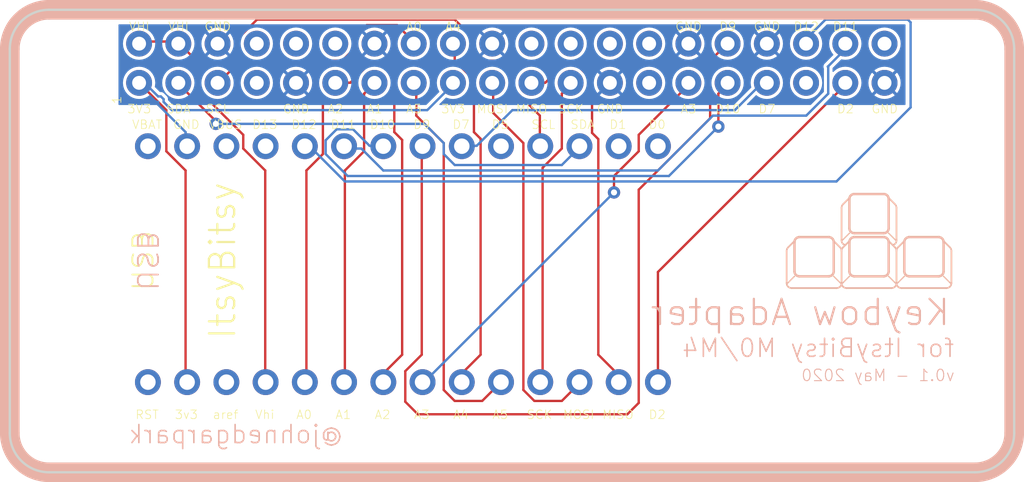
<source format=kicad_pcb>
(kicad_pcb (version 20221018) (generator pcbnew)
  (layers (0 "F.Cu" signal) (31 "B.Cu" signal) (34 "B.Paste" user) (35 "F.Paste" user) (36 "B.SilkS" user "B.Silkscreen") (37 "F.SilkS" user "F.Silkscreen") (38 "B.Mask" user) (39 "F.Mask" user) (44 "Edge.Cuts" user))
  (net 0 "")
  (net 1 "SDA")
  (net 2 "SCL")
  (net 3 "GND")
  (net 4 "TXD")
  (net 5 "RXD")
  (net 6 "A5")
  (net 7 "A4")
  (net 8 "A2")
  (net 9 "A3")
  (net 10 "A1")
  (net 11 "MOSI")
  (net 12 "MISO")
  (net 13 "SCK")
  (net 14 "D11")
  (net 15 "D12")
  (net 16 "+3V3")
  (net 17 "VBUS")
  (net 18 "VBAT")
  (net 19 "AREF")
  (net 20 "D13")
  (net 21 "A0")
  (net 22 "D9")
  (net 23 "D7")
  (net 24 "D1")
  (net 25 "D0")
  (net 26 "D10")
  (net 27 "~{RESET}")
  (net 28 "D2")
  (net 29 "VHI")
  (net 30 "D5_5V")
  (footprint "working:1X14_ROUND70" (layer "F.Cu") (at 141.4399 98.8568)
    (fp_text reference "JP6" hide)
    (fp_text value "")
    (pad "1" thru_hole circle (at -16.51 0 90) (size 1.6764 1.6764) (drill 1) (layers "*.Cu" "*.Mask") (net 18 "VBAT"))
    (pad "2" thru_hole circle (at -13.97 0 90) (size 1.6764 1.6764) (drill 1) (layers "*.Cu" "*.Mask") (net 3 "GND"))
    (pad "3" thru_hole circle (at -11.43 0 90) (size 1.6764 1.6764) (drill 1) (layers "*.Cu" "*.Mask") (net 17 "VBUS"))
    (pad "4" thru_hole circle (at -8.89 0 90) (size 1.6764 1.6764) (drill 1) (layers "*.Cu" "*.Mask") (net 20 "D13"))
    (pad "5" thru_hole circle (at -6.35 0 90) (size 1.6764 1.6764) (drill 1) (layers "*.Cu" "*.Mask") (net 15 "D12"))
    (pad "6" thru_hole circle (at -3.81 0 90) (size 1.6764 1.6764) (drill 1) (layers "*.Cu" "*.Mask") (net 14 "D11"))
    (pad "7" thru_hole circle (at -1.27 0 90) (size 1.6764 1.6764) (drill 1) (layers "*.Cu" "*.Mask") (net 26 "D10"))
    (pad "8" thru_hole circle (at 1.27 0 90) (size 1.6764 1.6764) (drill 1) (layers "*.Cu" "*.Mask") (net 22 "D9"))
    (pad "9" thru_hole circle (at 3.81 0 90) (size 1.6764 1.6764) (drill 1) (layers "*.Cu" "*.Mask") (net 23 "D7"))
    (pad "10" thru_hole circle (at 6.35 0 90) (size 1.6764 1.6764) (drill 1) (layers "*.Cu" "*.Mask") (net 30 "D5_5V"))
    (pad "11" thru_hole circle (at 8.89 0 90) (size 1.6764 1.6764) (drill 1) (layers "*.Cu" "*.Mask") (net 2 "SCL"))
    (pad "12" thru_hole circle (at 11.43 0 90) (size 1.6764 1.6764) (drill 1) (layers "*.Cu" "*.Mask") (net 1 "SDA"))
    (pad "13" thru_hole circle (at 13.97 0 90) (size 1.6764 1.6764) (drill 1) (layers "*.Cu" "*.Mask") (net 24 "D1"))
    (pad "14" thru_hole circle (at 16.51 0 90) (size 1.6764 1.6764) (drill 1) (layers "*.Cu" "*.Mask") (net 25 "D0"))
  )
  (footprint "working:1X14_ROUND70" (layer "F.Cu") (at 141.4399 114.1476 180)
    (fp_text reference "JP7" hide)
    (fp_text value "")
    (pad "1" thru_hole circle (at -16.51 0 270) (size 1.6764 1.6764) (drill 1) (layers "*.Cu" "*.Mask") (net 28 "D2"))
    (pad "2" thru_hole circle (at -13.97 0 270) (size 1.6764 1.6764) (drill 1) (layers "*.Cu" "*.Mask") (net 12 "MISO"))
    (pad "3" thru_hole circle (at -11.43 0 270) (size 1.6764 1.6764) (drill 1) (layers "*.Cu" "*.Mask") (net 11 "MOSI"))
    (pad "4" thru_hole circle (at -8.89 0 270) (size 1.6764 1.6764) (drill 1) (layers "*.Cu" "*.Mask") (net 13 "SCK"))
    (pad "5" thru_hole circle (at -6.35 0 270) (size 1.6764 1.6764) (drill 1) (layers "*.Cu" "*.Mask") (net 6 "A5"))
    (pad "6" thru_hole circle (at -3.81 0 270) (size 1.6764 1.6764) (drill 1) (layers "*.Cu" "*.Mask") (net 7 "A4"))
    (pad "7" thru_hole circle (at -1.27 0 270) (size 1.6764 1.6764) (drill 1) (layers "*.Cu" "*.Mask") (net 9 "A3"))
    (pad "8" thru_hole circle (at 1.27 0 270) (size 1.6764 1.6764) (drill 1) (layers "*.Cu" "*.Mask") (net 8 "A2"))
    (pad "9" thru_hole circle (at 3.81 0 270) (size 1.6764 1.6764) (drill 1) (layers "*.Cu" "*.Mask") (net 10 "A1"))
    (pad "10" thru_hole circle (at 6.35 0 270) (size 1.6764 1.6764) (drill 1) (layers "*.Cu" "*.Mask") (net 21 "A0"))
    (pad "11" thru_hole circle (at 8.89 0 270) (size 1.6764 1.6764) (drill 1) (layers "*.Cu" "*.Mask") (net 29 "VHI"))
    (pad "12" thru_hole circle (at 11.43 0 270) (size 1.6764 1.6764) (drill 1) (layers "*.Cu" "*.Mask") (net 19 "AREF"))
    (pad "13" thru_hole circle (at 13.97 0 270) (size 1.6764 1.6764) (drill 1) (layers "*.Cu" "*.Mask") (net 16 "+3V3"))
    (pad "14" thru_hole circle (at 16.51 0 270) (size 1.6764 1.6764) (drill 1) (layers "*.Cu" "*.Mask") (net 27 "~{RESET}"))
  )
  (footprint "working:PI_BONNET_NODIM" (layer "F.Cu") (at 115.9891 119.9818)
    (fp_text reference "RPI1" hide)
    (fp_text value "RASPBERRYPI_BPLUS_BONNETNODIM" hide)
    (pad "" np_thru_hole circle (at 3.5 -26.5) (size 2.8 2.8) (drill 2.8) (layers "*.Cu" "*.Mask"))
    (pad "" np_thru_hole circle (at 3.5 -3.5) (size 2.8 2.8) (drill 2.8) (layers "*.Cu" "*.Mask"))
    (pad "" np_thru_hole circle (at 61.5 -26.5) (size 2.8 2.8) (drill 2.8) (layers "*.Cu" "*.Mask"))
    (pad "" np_thru_hole circle (at 61.5 -3.5) (size 2.8 2.8) (drill 2.8) (layers "*.Cu" "*.Mask"))
    (pad "1" thru_hole circle (at 8.37 -25.23) (size 1.6764 1.6764) (drill 0.9) (layers "*.Cu" "*.Mask") (net 16 "+3V3"))
    (pad "2" thru_hole circle (at 8.37 -27.77) (size 1.6764 1.6764) (drill 0.9) (layers "*.Cu" "*.Mask") (net 29 "VHI"))
    (pad "3" thru_hole circle (at 10.91 -25.23) (size 1.6764 1.6764) (drill 0.9) (layers "*.Cu" "*.Mask") (net 1 "SDA"))
    (pad "4" thru_hole circle (at 10.91 -27.77) (size 1.6764 1.6764) (drill 0.9) (layers "*.Cu" "*.Mask") (net 29 "VHI"))
    (pad "5" thru_hole circle (at 13.45 -25.23) (size 1.6764 1.6764) (drill 0.9) (layers "*.Cu" "*.Mask") (net 2 "SCL"))
    (pad "6" thru_hole circle (at 13.45 -27.77) (size 1.6764 1.6764) (drill 0.9) (layers "*.Cu" "*.Mask") (net 3 "GND"))
    (pad "7" thru_hole circle (at 15.99 -25.23) (size 1.6764 1.6764) (drill 0.9) (layers "*.Cu" "*.Mask"))
    (pad "8" thru_hole circle (at 15.99 -27.77) (size 1.6764 1.6764) (drill 0.9) (layers "*.Cu" "*.Mask") (net 4 "TXD"))
    (pad "9" thru_hole circle (at 18.53 -25.23) (size 1.6764 1.6764) (drill 0.9) (layers "*.Cu" "*.Mask") (net 3 "GND"))
    (pad "10" thru_hole circle (at 18.53 -27.77) (size 1.6764 1.6764) (drill 0.9) (layers "*.Cu" "*.Mask") (net 5 "RXD"))
    (pad "11" thru_hole circle (at 21.07 -25.23) (size 1.6764 1.6764) (drill 0.9) (layers "*.Cu" "*.Mask") (net 8 "A2"))
    (pad "12" thru_hole circle (at 21.07 -27.77) (size 1.6764 1.6764) (drill 0.9) (layers "*.Cu" "*.Mask"))
    (pad "13" thru_hole circle (at 23.61 -25.23) (size 1.6764 1.6764) (drill 0.9) (layers "*.Cu" "*.Mask") (net 10 "A1"))
    (pad "14" thru_hole circle (at 23.61 -27.77) (size 1.6764 1.6764) (drill 0.9) (layers "*.Cu" "*.Mask") (net 3 "GND"))
    (pad "15" thru_hole circle (at 26.15 -25.23) (size 1.6764 1.6764) (drill 0.9) (layers "*.Cu" "*.Mask") (net 6 "A5"))
    (pad "16" thru_hole circle (at 26.15 -27.77) (size 1.6764 1.6764) (drill 0.9) (layers "*.Cu" "*.Mask") (net 21 "A0"))
    (pad "17" thru_hole circle (at 28.69 -25.23) (size 1.6764 1.6764) (drill 0.9) (layers "*.Cu" "*.Mask") (net 16 "+3V3"))
    (pad "18" thru_hole circle (at 28.69 -27.77) (size 1.6764 1.6764) (drill 0.9) (layers "*.Cu" "*.Mask") (net 7 "A4"))
    (pad "19" thru_hole circle (at 31.23 -25.23) (size 1.6764 1.6764) (drill 0.9) (layers "*.Cu" "*.Mask") (net 11 "MOSI"))
    (pad "20" thru_hole circle (at 31.23 -27.77) (size 1.6764 1.6764) (drill 0.9) (layers "*.Cu" "*.Mask") (net 3 "GND"))
    (pad "21" thru_hole circle (at 33.77 -25.23) (size 1.6764 1.6764) (drill 0.9) (layers "*.Cu" "*.Mask") (net 12 "MISO"))
    (pad "22" thru_hole circle (at 33.77 -27.77) (size 1.6764 1.6764) (drill 0.9) (layers "*.Cu" "*.Mask"))
    (pad "23" thru_hole circle (at 36.31 -25.23) (size 1.6764 1.6764) (drill 0.9) (layers "*.Cu" "*.Mask") (net 13 "SCK"))
    (pad "24" thru_hole circle (at 36.31 -27.77) (size 1.6764 1.6764) (drill 0.9) (layers "*.Cu" "*.Mask"))
    (pad "25" thru_hole circle (at 38.85 -25.23) (size 1.6764 1.6764) (drill 0.9) (layers "*.Cu" "*.Mask") (net 3 "GND"))
    (pad "26" thru_hole circle (at 38.85 -27.77) (size 1.6764 1.6764) (drill 0.9) (layers "*.Cu" "*.Mask"))
    (pad "27" thru_hole circle (at 41.39 -25.23) (size 1.6764 1.6764) (drill 0.9) (layers "*.Cu" "*.Mask"))
    (pad "28" thru_hole circle (at 41.39 -27.77) (size 1.6764 1.6764) (drill 0.9) (layers "*.Cu" "*.Mask"))
    (pad "29" thru_hole circle (at 43.93 -25.23) (size 1.6764 1.6764) (drill 0.9) (layers "*.Cu" "*.Mask") (net 9 "A3"))
    (pad "30" thru_hole circle (at 43.93 -27.77) (size 1.6764 1.6764) (drill 0.9) (layers "*.Cu" "*.Mask") (net 3 "GND"))
    (pad "31" thru_hole circle (at 46.47 -25.23) (size 1.6764 1.6764) (drill 0.9) (layers "*.Cu" "*.Mask") (net 26 "D10"))
    (pad "32" thru_hole circle (at 46.47 -27.77) (size 1.6764 1.6764) (drill 0.9) (layers "*.Cu" "*.Mask") (net 22 "D9"))
    (pad "33" thru_hole circle (at 49.01 -25.23) (size 1.6764 1.6764) (drill 0.9) (layers "*.Cu" "*.Mask") (net 23 "D7"))
    (pad "34" thru_hole circle (at 49.01 -27.77) (size 1.6764 1.6764) (drill 0.9) (layers "*.Cu" "*.Mask") (net 3 "GND"))
    (pad "35" thru_hole circle (at 51.55 -25.23) (size 1.6764 1.6764) (drill 0.9) (layers "*.Cu" "*.Mask"))
    (pad "36" thru_hole circle (at 51.55 -27.77) (size 1.6764 1.6764) (drill 0.9) (layers "*.Cu" "*.Mask") (net 15 "D12"))
    (pad "37" thru_hole circle (at 54.09 -25.23) (size 1.6764 1.6764) (drill 0.9) (layers "*.Cu" "*.Mask") (net 28 "D2"))
    (pad "38" thru_hole circle (at 54.09 -27.77) (size 1.6764 1.6764) (drill 0.9) (layers "*.Cu" "*.Mask") (net 14 "D11"))
    (pad "39" thru_hole circle (at 56.63 -25.23) (size 1.6764 1.6764) (drill 0.9) (layers "*.Cu" "*.Mask") (net 3 "GND"))
    (pad "40" thru_hole circle (at 56.63 -27.77) (size 1.6764 1.6764) (drill 0.9) (layers "*.Cu" "*.Mask"))
  )
  (gr_arc (start 169.8371 105.643113) (mid 169.861268 105.521611) (end 169.930093 105.418607) (stroke (width 0.1016)) (layer "B.SilkS"))
  (gr_line (start 169.8371 107.7976) (end 169.3291 107.2896) (stroke (width 0.0762)) (layer "B.SilkS"))
  (gr_line (start 173.9011 107.2896) (end 173.3931 107.7976) (stroke (width 0.0762)) (layer "B.SilkS"))
  (gr_arc (start 170.6626 107.2896) (mid 170.438094 107.196606) (end 170.3451 106.9721) (stroke (width 0.1524)) (layer "B.SilkS"))
  (gr_line (start 173.9011 105.0036) (end 173.486093 105.418607) (stroke (width 0.1016)) (layer "B.SilkS"))
  (gr_line (start 173.9011 105.0671) (end 173.9011 106.9721) (stroke (width 0.1524)) (layer "B.SilkS"))
  (gr_arc (start 170.1546 108.0516) (mid 169.930094 107.958606) (end 169.8371 107.7341) (stroke (width 0.1016)) (layer "B.SilkS"))
  (gr_line (start 176.856106 105.418607) (end 176.4411 105.0036) (stroke (width 0.1016)) (layer "B.SilkS"))
  (gr_arc (start 169.3291 106.9721) (mid 169.236106 107.196606) (end 169.0116 107.2896) (stroke (width 0.1524)) (layer "B.SilkS"))
  (gr_arc (start 176.856106 105.418607) (mid 176.924932 105.521611) (end 176.9491 105.643113) (stroke (width 0.1016)) (layer "B.SilkS"))
  (gr_line (start 170.3451 102.2731) (end 170.3451 104.1781) (stroke (width 0.1524)) (layer "B.SilkS"))
  (gr_line (start 169.744106 105.418607) (end 169.3291 105.0036) (stroke (width 0.1016)) (layer "B.SilkS"))
  (gr_line (start 172.8851 107.2896) (end 173.3931 107.7976) (stroke (width 0.0762)) (layer "B.SilkS"))
  (gr_arc (start 170.3451 102.2731) (mid 170.438094 102.048594) (end 170.6626 101.9556) (stroke (width 0.1524)) (layer "B.SilkS"))
  (gr_arc (start 173.3931 105.643113) (mid 173.417268 105.521611) (end 173.486093 105.418607) (stroke (width 0.1016)) (layer "B.SilkS"))
  (gr_line (start 118.5291 90.0176) (end 178.4731 90.0176) (stroke (width 1.27)) (layer "B.SilkS"))
  (gr_line (start 170.1546 108.0516) (end 173.0756 108.0516) (stroke (width 0.1016)) (layer "B.SilkS"))
  (gr_arc (start 173.3931 107.7341) (mid 173.300106 107.958606) (end 173.0756 108.0516) (stroke (width 0.1016)) (layer "B.SilkS"))
  (gr_line (start 172.8851 104.1781) (end 172.8851 102.2731) (stroke (width 0.1524)) (layer "B.SilkS"))
  (gr_line (start 172.8851 106.9721) (end 172.8851 105.0671) (stroke (width 0.1524)) (layer "B.SilkS"))
  (gr_line (start 172.8851 104.4956) (end 173.3931 105.0036) (stroke (width 0.0762)) (layer "B.SilkS"))
  (gr_line (start 115.9891 117.4496) (end 115.9891 92.5576) (stroke (width 1.27)) (layer "B.SilkS"))
  (gr_arc (start 173.3931 104.9401) (mid 173.331856 105.151455) (end 173.1391 105.2576) (stroke (width 0.1016)) (layer "B.SilkS"))
  (gr_arc (start 169.8371 102.849113) (mid 169.861268 102.727611) (end 169.930093 102.624607) (stroke (width 0.1016)) (layer "B.SilkS"))
  (gr_arc (start 181.0131 117.4496) (mid 180.269151 119.245651) (end 178.4731 119.9896) (stroke (width 1.27)) (layer "B.SilkS"))
  (gr_arc (start 173.300106 102.624607) (mid 173.368932 102.727611) (end 173.3931 102.849113) (stroke (width 0.1016)) (layer "B.SilkS"))
  (gr_line (start 170.3451 105.0671) (end 170.3451 106.9721) (stroke (width 0.1524)) (layer "B.SilkS"))
  (gr_arc (start 172.8851 104.1781) (mid 172.792106 104.402606) (end 172.5676 104.4956) (stroke (width 0.1524)) (layer "B.SilkS"))
  (gr_arc (start 118.5291 119.9896) (mid 116.733049 119.245651) (end 115.9891 117.4496) (stroke (width 1.27)) (layer "B.SilkS"))
  (gr_arc (start 170.0911 105.2576) (mid 169.898344 105.151455) (end 169.8371 104.9401) (stroke (width 0.1016)) (layer "B.SilkS"))
  (gr_line (start 170.3451 104.4956) (end 169.8371 105.0036) (stroke (width 0.0762)) (layer "B.SilkS"))
  (gr_line (start 169.3291 106.9721) (end 169.3291 105.0671) (stroke (width 0.1524)) (layer "B.SilkS"))
  (gr_line (start 166.5986 108.0516) (end 169.5196 108.0516) (stroke (width 0.1016)) (layer "B.SilkS"))
  (gr_arc (start 178.4731 90.0176) (mid 180.269151 90.761549) (end 181.0131 92.5576) (stroke (width 1.27)) (layer "B.SilkS"))
  (gr_line (start 173.3931 105.643113) (end 173.3931 107.7341) (stroke (width 0.1016)) (layer "B.SilkS"))
  (gr_line (start 170.3451 105.0036) (end 169.930093 105.418607) (stroke (width 0.1016)) (layer "B.SilkS"))
  (gr_arc (start 166.5986 108.0516) (mid 166.374094 107.958606) (end 166.2811 107.7341) (stroke (width 0.1016)) (layer "B.SilkS"))
  (gr_arc (start 176.4411 106.9721) (mid 176.348106 107.196606) (end 176.1236 107.2896) (stroke (width 0.1524)) (layer "B.SilkS"))
  (gr_arc (start 115.9891 92.5576) (mid 116.733049 90.761549) (end 118.5291 90.0176) (stroke (width 1.27)) (layer "B.SilkS"))
  (gr_arc (start 172.8851 106.9721) (mid 172.792106 107.196606) (end 172.5676 107.2896) (stroke (width 0.1524)) (layer "B.SilkS"))
  (gr_line (start 174.2186 107.2896) (end 176.1236 107.2896) (stroke (width 0.1524)) (layer "B.SilkS"))
  (gr_line (start 178.4731 119.9896) (end 118.5291 119.9896) (stroke (width 1.27)) (layer "B.SilkS"))
  (gr_line (start 172.5676 101.9556) (end 170.6626 101.9556) (stroke (width 0.1524)) (layer "B.SilkS"))
  (gr_arc (start 169.744106 105.418607) (mid 169.812932 105.521611) (end 169.8371 105.643113) (stroke (width 0.1016)) (layer "B.SilkS"))
  (gr_arc (start 167.1066 107.2896) (mid 166.882094 107.196606) (end 166.7891 106.9721) (stroke (width 0.1524)) (layer "B.SilkS"))
  (gr_line (start 169.8371 107.7976) (end 170.3451 107.2896) (stroke (width 0.0762)) (layer "B.SilkS"))
  (gr_arc (start 170.6626 104.4956) (mid 170.438094 104.402606) (end 170.3451 104.1781) (stroke (width 0.1524)) (layer "B.SilkS"))
  (gr_line (start 166.7891 105.0671) (end 166.7891 106.9721) (stroke (width 0.1524)) (layer "B.SilkS"))
  (gr_line (start 169.0116 104.7496) (end 167.1066 104.7496) (stroke (width 0.1524)) (layer "B.SilkS"))
  (gr_line (start 173.7106 108.0516) (end 176.6316 108.0516) (stroke (width 0.1016)) (layer "B.SilkS"))
  (gr_line (start 173.300106 102.624607) (end 172.8851 102.2096) (stroke (width 0.1016)) (layer "B.SilkS"))
  (gr_arc (start 173.9011 105.0671) (mid 173.994094 104.842594) (end 174.2186 104.7496) (stroke (width 0.1524)) (layer "B.SilkS"))
  (gr_arc (start 172.5676 104.7496) (mid 172.792106 104.842594) (end 172.8851 105.0671) (stroke (width 0.1524)) (layer "B.SilkS"))
  (gr_arc (start 170.3451 105.0671) (mid 170.438094 104.842594) (end 170.6626 104.7496) (stroke (width 0.1524)) (layer "B.SilkS"))
  (gr_line (start 173.300106 105.418607) (end 172.8851 105.0036) (stroke (width 0.1016)) (layer "B.SilkS"))
  (gr_arc (start 173.7106 108.0516) (mid 173.486094 107.958606) (end 173.3931 107.7341) (stroke (width 0.1016)) (layer "B.SilkS"))
  (gr_line (start 173.3931 104.9401) (end 173.3931 102.849113) (stroke (width 0.1016)) (layer "B.SilkS"))
  (gr_line (start 172.5676 104.7496) (end 170.6626 104.7496) (stroke (width 0.1524)) (layer "B.SilkS"))
  (gr_arc (start 172.5676 101.9556) (mid 172.792106 102.048594) (end 172.8851 102.2731) (stroke (width 0.1524)) (layer "B.SilkS"))
  (gr_arc (start 176.9491 107.7341) (mid 176.856106 107.958606) (end 176.6316 108.0516) (stroke (width 0.1016)) (layer "B.SilkS"))
  (gr_line (start 170.3451 102.2096) (end 169.930093 102.624607) (stroke (width 0.1016)) (layer "B.SilkS"))
  (gr_arc (start 173.300106 105.418607) (mid 173.368932 105.521611) (end 173.3931 105.643113) (stroke (width 0.1016)) (layer "B.SilkS"))
  (gr_arc (start 169.8371 107.7341) (mid 169.744106 107.958606) (end 169.5196 108.0516) (stroke (width 0.1016)) (layer "B.SilkS"))
  (gr_arc (start 176.1236 104.7496) (mid 176.348106 104.842594) (end 176.4411 105.0671) (stroke (width 0.1524)) (layer "B.SilkS"))
  (gr_arc (start 166.7891 105.0671) (mid 166.882094 104.842594) (end 167.1066 104.7496) (stroke (width 0.1524)) (layer "B.SilkS"))
  (gr_arc (start 166.2811 105.643113) (mid 166.305268 105.521611) (end 166.374093 105.418607) (stroke (width 0.1016)) (layer "B.SilkS"))
  (gr_arc (start 174.2186 107.2896) (mid 173.994094 107.196606) (end 173.9011 106.9721) (stroke (width 0.1524)) (layer "B.SilkS"))
  (gr_line (start 176.9491 107.7341) (end 176.9491 105.643113) (stroke (width 0.1016)) (layer "B.SilkS"))
  (gr_line (start 169.8371 105.643113) (end 169.8371 107.7341) (stroke (width 0.1016)) (layer "B.SilkS"))
  (gr_line (start 170.6626 104.4956) (end 172.5676 104.4956) (stroke (width 0.1524)) (layer "B.SilkS"))
  (gr_line (start 176.4411 107.2896) (end 176.9491 107.7976) (stroke (width 0.0762)) (layer "B.SilkS"))
  (gr_line (start 166.2811 105.643113) (end 166.2811 107.7341) (stroke (width 0.1016)) (layer "B.SilkS"))
  (gr_line (start 166.7891 107.2896) (end 166.2811 107.7976) (stroke (width 0.0762)) (layer "B.SilkS"))
  (gr_line (start 176.4411 106.9721) (end 176.4411 105.0671) (stroke (width 0.1524)) (layer "B.SilkS"))
  (gr_line (start 181.0131 92.5576) (end 181.0131 117.4496) (stroke (width 1.27)) (layer "B.SilkS"))
  (gr_arc (start 169.0116 104.7496) (mid 169.236106 104.842594) (end 169.3291 105.0671) (stroke (width 0.1524)) (layer "B.SilkS"))
  (gr_line (start 167.1066 107.2896) (end 169.0116 107.2896) (stroke (width 0.1524)) (layer "B.SilkS"))
  (gr_line (start 176.1236 104.7496) (end 174.2186 104.7496) (stroke (width 0.1524)) (layer "B.SilkS"))
  (gr_line (start 170.6626 107.2896) (end 172.5676 107.2896) (stroke (width 0.1524)) (layer "B.SilkS"))
  (gr_line (start 169.8371 102.849113) (end 169.8371 104.9401) (stroke (width 0.1016)) (layer "B.SilkS"))
  (gr_line (start 166.7891 105.0036) (end 166.374093 105.418607) (stroke (width 0.1016)) (layer "B.SilkS"))
  (gr_line (start 181.0131 92.5576) (end 181.0131 117.4496) (stroke (width 1.016)) (layer "F.SilkS"))
  (gr_line (start 118.5291 90.0176) (end 178.4731 90.0176) (stroke (width 1.016)) (layer "F.SilkS"))
  (gr_arc (start 166.7891 105.0671) (mid 166.882094 104.842594) (end 167.1066 104.7496) (stroke (width 0.1524)) (layer "F.SilkS"))
  (gr_arc (start 169.8371 102.849113) (mid 169.861268 102.727611) (end 169.930093 102.624607) (stroke (width 0.1016)) (layer "F.SilkS"))
  (gr_line (start 170.3451 102.2096) (end 169.930093 102.624607) (stroke (width 0.1016)) (layer "F.SilkS"))
  (gr_line (start 170.3451 105.0036) (end 169.930093 105.418607) (stroke (width 0.1016)) (layer "F.SilkS"))
  (gr_arc (start 167.1066 107.2896) (mid 166.882094 107.196606) (end 166.7891 106.9721) (stroke (width 0.1524)) (layer "F.SilkS"))
  (gr_arc (start 173.300106 102.624607) (mid 173.368932 102.727611) (end 173.3931 102.849113) (stroke (width 0.1016)) (layer "F.SilkS"))
  (gr_line (start 170.3451 102.2731) (end 170.3451 104.1781) (stroke (width 0.1524)) (layer "F.SilkS"))
  (gr_arc (start 176.4411 106.9721) (mid 176.348106 107.196606) (end 176.1236 107.2896) (stroke (width 0.1524)) (layer "F.SilkS"))
  (gr_arc (start 169.8371 105.643113) (mid 169.861268 105.521611) (end 169.930093 105.418607) (stroke (width 0.1016)) (layer "F.SilkS"))
  (gr_arc (start 170.6626 104.4956) (mid 170.438094 104.402606) (end 170.3451 104.1781) (stroke (width 0.1524)) (layer "F.SilkS"))
  (gr_line (start 170.6626 104.4956) (end 172.5676 104.4956) (stroke (width 0.1524)) (layer "F.SilkS"))
  (gr_line (start 169.0116 104.7496) (end 167.1066 104.7496) (stroke (width 0.1524)) (layer "F.SilkS"))
  (gr_line (start 172.8851 104.4956) (end 173.3931 105.0036) (stroke (width 0.0762)) (layer "F.SilkS"))
  (gr_line (start 176.856106 105.418607) (end 176.4411 105.0036) (stroke (width 0.1016)) (layer "F.SilkS"))
  (gr_line (start 173.9011 105.0036) (end 173.486093 105.418607) (stroke (width 0.1016)) (layer "F.SilkS"))
  (gr_arc (start 170.3451 105.0671) (mid 170.438094 104.842594) (end 170.6626 104.7496) (stroke (width 0.1524)) (layer "F.SilkS"))
  (gr_line (start 170.1546 108.0516) (end 173.0756 108.0516) (stroke (width 0.1016)) (layer "F.SilkS"))
  (gr_arc (start 176.9491 107.7341) (mid 176.856106 107.958606) (end 176.6316 108.0516) (stroke (width 0.1016)) (layer "F.SilkS"))
  (gr_arc (start 178.4731 90.0176) (mid 180.269151 90.761549) (end 181.0131 92.5576) (stroke (width 1.016)) (layer "F.SilkS"))
  (gr_line (start 178.4731 119.9896) (end 118.5291 119.9896) (stroke (width 1.016)) (layer "F.SilkS"))
  (gr_line (start 166.7891 105.0671) (end 166.7891 106.9721) (stroke (width 0.1524)) (layer "F.SilkS"))
  (gr_line (start 172.5676 101.9556) (end 170.6626 101.9556) (stroke (width 0.1524)) (layer "F.SilkS"))
  (gr_line (start 170.3451 104.4956) (end 169.8371 105.0036) (stroke (width 0.0762)) (layer "F.SilkS"))
  (gr_arc (start 118.5291 119.9896) (mid 116.733049 119.245651) (end 115.9891 117.4496) (stroke (width 1.016)) (layer "F.SilkS"))
  (gr_line (start 172.8851 104.1781) (end 172.8851 102.2731) (stroke (width 0.1524)) (layer "F.SilkS"))
  (gr_arc (start 174.2186 107.2896) (mid 173.994094 107.196606) (end 173.9011 106.9721) (stroke (width 0.1524)) (layer "F.SilkS"))
  (gr_arc (start 173.3931 104.9401) (mid 173.331856 105.151455) (end 173.1391 105.2576) (stroke (width 0.1016)) (layer "F.SilkS"))
  (gr_line (start 172.8851 107.2896) (end 173.3931 107.7976) (stroke (width 0.0762)) (layer "F.SilkS"))
  (gr_line (start 172.8851 106.9721) (end 172.8851 105.0671) (stroke (width 0.1524)) (layer "F.SilkS"))
  (gr_line (start 174.2186 107.2896) (end 176.1236 107.2896) (stroke (width 0.1524)) (layer "F.SilkS"))
  (gr_arc (start 173.300106 105.418607) (mid 173.368932 105.521611) (end 173.3931 105.643113) (stroke (width 0.1016)) (layer "F.SilkS"))
  (gr_line (start 169.8371 107.7976) (end 169.3291 107.2896) (stroke (width 0.0762)) (layer "F.SilkS"))
  (gr_line (start 166.7891 105.0036) (end 166.374093 105.418607) (stroke (width 0.1016)) (layer "F.SilkS"))
  (gr_arc (start 170.3451 102.2731) (mid 170.438094 102.048594) (end 170.6626 101.9556) (stroke (width 0.1524)) (layer "F.SilkS"))
  (gr_line (start 173.7106 108.0516) (end 176.6316 108.0516) (stroke (width 0.1016)) (layer "F.SilkS"))
  (gr_line (start 176.1236 104.7496) (end 174.2186 104.7496) (stroke (width 0.1524)) (layer "F.SilkS"))
  (gr_arc (start 172.8851 104.1781) (mid 172.792106 104.402606) (end 172.5676 104.4956) (stroke (width 0.1524)) (layer "F.SilkS"))
  (gr_line (start 176.4411 107.2896) (end 176.9491 107.7976) (stroke (width 0.0762)) (layer "F.SilkS"))
  (gr_line (start 166.2811 105.643113) (end 166.2811 107.7341) (stroke (width 0.1016)) (layer "F.SilkS"))
  (gr_line (start 170.6626 107.2896) (end 172.5676 107.2896) (stroke (width 0.1524)) (layer "F.SilkS"))
  (gr_arc (start 166.5986 108.0516) (mid 166.374094 107.958606) (end 166.2811 107.7341) (stroke (width 0.1016)) (layer "F.SilkS"))
  (gr_arc (start 169.3291 106.9721) (mid 169.236106 107.196606) (end 169.0116 107.2896) (stroke (width 0.1524)) (layer "F.SilkS"))
  (gr_line (start 170.3451 105.0671) (end 170.3451 106.9721) (stroke (width 0.1524)) (layer "F.SilkS"))
  (gr_line (start 166.7891 107.2896) (end 166.2811 107.7976) (stroke (width 0.0762)) (layer "F.SilkS"))
  (gr_line (start 169.8371 105.643113) (end 169.8371 107.7341) (stroke (width 0.1016)) (layer "F.SilkS"))
  (gr_arc (start 173.3931 105.643113) (mid 173.417268 105.521611) (end 173.486093 105.418607) (stroke (width 0.1016)) (layer "F.SilkS"))
  (gr_line (start 172.5676 104.7496) (end 170.6626 104.7496) (stroke (width 0.1524)) (layer "F.SilkS"))
  (gr_line (start 173.9011 105.0671) (end 173.9011 106.9721) (stroke (width 0.1524)) (layer "F.SilkS"))
  (gr_line (start 176.9491 107.7341) (end 176.9491 105.643113) (stroke (width 0.1016)) (layer "F.SilkS"))
  (gr_line (start 176.4411 106.9721) (end 176.4411 105.0671) (stroke (width 0.1524)) (layer "F.SilkS"))
  (gr_line (start 173.3931 105.643113) (end 173.3931 107.7341) (stroke (width 0.1016)) (layer "F.SilkS"))
  (gr_arc (start 173.7106 108.0516) (mid 173.486094 107.958606) (end 173.3931 107.7341) (stroke (width 0.1016)) (layer "F.SilkS"))
  (gr_arc (start 169.744106 105.418607) (mid 169.812932 105.521611) (end 169.8371 105.643113) (stroke (width 0.1016)) (layer "F.SilkS"))
  (gr_arc (start 176.1236 104.7496) (mid 176.348106 104.842594) (end 176.4411 105.0671) (stroke (width 0.1524)) (layer "F.SilkS"))
  (gr_arc (start 169.0116 104.7496) (mid 169.236106 104.842594) (end 169.3291 105.0671) (stroke (width 0.1524)) (layer "F.SilkS"))
  (gr_arc (start 181.0131 117.4496) (mid 180.269151 119.245651) (end 178.4731 119.9896) (stroke (width 1.016)) (layer "F.SilkS"))
  (gr_line (start 173.9011 107.2896) (end 173.3931 107.7976) (stroke (width 0.0762)) (layer "F.SilkS"))
  (gr_line (start 167.1066 107.2896) (end 169.0116 107.2896) (stroke (width 0.1524)) (layer "F.SilkS"))
  (gr_line (start 169.744106 105.418607) (end 169.3291 105.0036) (stroke (width 0.1016)) (layer "F.SilkS"))
  (gr_line (start 166.5986 108.0516) (end 169.5196 108.0516) (stroke (width 0.1016)) (layer "F.SilkS"))
  (gr_line (start 169.3291 106.9721) (end 169.3291 105.0671) (stroke (width 0.1524)) (layer "F.SilkS"))
  (gr_arc (start 170.6626 107.2896) (mid 170.438094 107.196606) (end 170.3451 106.9721) (stroke (width 0.1524)) (layer "F.SilkS"))
  (gr_line (start 173.3931 104.9401) (end 173.3931 102.849113) (stroke (width 0.1016)) (layer "F.SilkS"))
  (gr_line (start 173.300106 105.418607) (end 172.8851 105.0036) (stroke (width 0.1016)) (layer "F.SilkS"))
  (gr_arc (start 115.9891 92.5576) (mid 116.733049 90.761549) (end 118.5291 90.0176) (stroke (width 1.016)) (layer "F.SilkS"))
  (gr_arc (start 170.0911 105.2576) (mid 169.898344 105.151455) (end 169.8371 104.9401) (stroke (width 0.1016)) (layer "F.SilkS"))
  (gr_arc (start 170.1546 108.0516) (mid 169.930094 107.958606) (end 169.8371 107.7341) (stroke (width 0.1016)) (layer "F.SilkS"))
  (gr_line (start 169.8371 107.7976) (end 170.3451 107.2896) (stroke (width 0.0762)) (layer "F.SilkS"))
  (gr_arc (start 172.5676 104.7496) (mid 172.792106 104.842594) (end 172.8851 105.0671) (stroke (width 0.1524)) (layer "F.SilkS"))
  (gr_arc (start 172.5676 101.9556) (mid 172.792106 102.048594) (end 172.8851 102.2731) (stroke (width 0.1524)) (layer "F.SilkS"))
  (gr_line (start 169.8371 102.849113) (end 169.8371 104.9401) (stroke (width 0.1016)) (layer "F.SilkS"))
  (gr_arc (start 176.856106 105.418607) (mid 176.924932 105.521611) (end 176.9491 105.643113) (stroke (width 0.1016)) (layer "F.SilkS"))
  (gr_line (start 173.300106 102.624607) (end 172.8851 102.2096) (stroke (width 0.1016)) (layer "F.SilkS"))
  (gr_arc (start 166.2811 105.643113) (mid 166.305268 105.521611) (end 166.374093 105.418607) (stroke (width 0.1016)) (layer "F.SilkS"))
  (gr_arc (start 169.8371 107.7341) (mid 169.744106 107.958606) (end 169.5196 108.0516) (stroke (width 0.1016)) (layer "F.SilkS"))
  (gr_arc (start 173.3931 107.7341) (mid 173.300106 107.958606) (end 173.0756 108.0516) (stroke (width 0.1016)) (layer "F.SilkS"))
  (gr_line (start 115.9891 117.4496) (end 115.9891 92.5576) (stroke (width 1.016)) (layer "F.SilkS"))
  (gr_arc (start 172.8851 106.9721) (mid 172.792106 107.196606) (end 172.5676 107.2896) (stroke (width 0.1524)) (layer "F.SilkS"))
  (gr_arc (start 173.9011 105.0671) (mid 173.994094 104.842594) (end 174.2186 104.7496) (stroke (width 0.1524)) (layer "F.SilkS"))
  (gr_line (start 181.0131 92.5576) (end 181.0131 117.4496) (stroke (width 0.1524)) (layer "Edge.Cuts"))
  (gr_arc (start 178.4731 90.0176) (mid 180.269151 90.761549) (end 181.0131 92.5576) (stroke (width 0.1524)) (layer "Edge.Cuts"))
  (gr_line (start 115.9891 117.4496) (end 115.9891 92.5576) (stroke (width 0.1524)) (layer "Edge.Cuts"))
  (gr_line (start 178.4731 119.9896) (end 118.5291 119.9896) (stroke (width 0.1524)) (layer "Edge.Cuts"))
  (gr_arc (start 118.5291 119.9896) (mid 116.733049 119.245651) (end 115.9891 117.4496) (stroke (width 0.1524)) (layer "Edge.Cuts"))
  (gr_line (start 118.5291 90.0176) (end 178.4731 90.0176) (stroke (width 0.1524)) (layer "Edge.Cuts"))
  (gr_arc (start 115.9891 92.5576) (mid 116.733049 90.761549) (end 118.5291 90.0176) (stroke (width 0.1524)) (layer "Edge.Cuts"))
  (gr_arc (start 181.0131 117.4496) (mid 180.269151 119.245651) (end 178.4731 119.9896) (stroke (width 0.1524)) (layer "Edge.Cuts"))
  (gr_text "USB" (at 125.6411 106.2736 -90) (layer "B.SilkS") (effects (font (size 1.308608 1.308608) (thickness 0.113792)) (justify top mirror)))
  (gr_text "v0.1 - May 2020" (at 177.2031 114.1476) (layer "B.SilkS") (effects (font (size 0.747776 0.747776) (thickness 0.065024)) (justify left bottom mirror)))
  (gr_text "@johnedgarpark" (at 123.6091 118.2116) (layer "B.SilkS") (effects (font (size 1.1684 1.1684) (thickness 0.1016)) (justify right bottom mirror)))
  (gr_text "for ItsyBitsy M0/M4" (at 177.2031 112.6236) (layer "B.SilkS") (effects (font (size 1.1684 1.1684) (thickness 0.1016)) (justify left bottom mirror)))
  (gr_text "Keybow Adapter" (at 176.9491 110.5916) (layer "B.SilkS") (effects (font (size 1.63576 1.63576) (thickness 0.14224)) (justify left bottom mirror)))
  (gr_text "D12" (at 135.0391 97.1296) (layer "F.SilkS") (effects (font (size 0.560832 0.560832) (thickness 0.048768)) (justify top)))
  (gr_text "GND" (at 159.9311 90.7796) (layer "F.SilkS") (effects (font (size 0.560832 0.560832) (thickness 0.048768)) (justify top)))
  (gr_text "D7" (at 165.0111 96.1136) (layer "F.SilkS") (effects (font (size 0.560832 0.560832) (thickness 0.048768)) (justify top)))
  (gr_text "D2" (at 170.0911 96.1136) (layer "F.SilkS") (effects (font (size 0.560832 0.560832) (thickness 0.048768)) (justify top)))
  (gr_text "D11" (at 137.5791 97.1296) (layer "F.SilkS") (effects (font (size 0.560832 0.560832) (thickness 0.048768)) (justify top)))
  (gr_text "GND" (at 129.4511 90.7796) (layer "F.SilkS") (effects (font (size 0.560832 0.560832) (thickness 0.048768)) (justify top)))
  (gr_text "GND" (at 129.4511 90.7796) (layer "F.SilkS") (effects (font (size 0.560832 0.560832) (thickness 0.048768)) (justify top)))
  (gr_text "3V3" (at 144.6911 96.1136) (layer "F.SilkS") (effects (font (size 0.560832 0.560832) (thickness 0.048768)) (justify top)))
  (gr_text "A1" (at 137.5791 115.9256) (layer "F.SilkS") (effects (font (size 0.560832 0.560832) (thickness 0.048768)) (justify top)))
  (gr_text "MOSI" (at 152.8191 115.9256) (layer "F.SilkS") (effects (font (size 0.560832 0.560832) (thickness 0.048768)) (justify top)))
  (gr_text "SDA" (at 126.9111 96.1136) (layer "F.SilkS") (effects (font (size 0.560832 0.560832) (thickness 0.048768)) (justify top)))
  (gr_text "D12" (at 167.5511 90.7796) (layer "F.SilkS") (effects (font (size 0.560832 0.560832) (thickness 0.048768)) (justify top)))
  (gr_text "D13" (at 132.4991 97.1296) (layer "F.SilkS") (effects (font (size 0.560832 0.560832) (thickness 0.048768)) (justify top)))
  (gr_text "MISO" (at 155.3591 115.9256) (layer "F.SilkS") (effects (font (size 0.560832 0.560832) (thickness 0.048768)) (justify top)))
  (gr_text "A4" (at 144.6911 90.7796) (layer "F.SilkS") (effects (font (size 0.560832 0.560832) (thickness 0.048768)) (justify top)))
  (gr_text "3V3" (at 124.3711 96.1136) (layer "F.SilkS") (effects (font (size 0.560832 0.560832) (thickness 0.048768)) (justify top)))
  (gr_text "D9" (at 162.4711 90.7796) (layer "F.SilkS") (effects (font (size 0.560832 0.560832) (thickness 0.048768)) (justify top)))
  (gr_text "A3" (at 142.6591 115.9256) (layer "F.SilkS") (effects (font (size 0.560832 0.560832) (thickness 0.048768)) (justify top)))
  (gr_text "SCL" (at 150.5331 97.1296) (layer "F.SilkS") (effects (font (size 0.560832 0.560832) (thickness 0.048768)) (justify top)))
  (gr_text "aref" (at 129.9591 115.9256) (layer "F.SilkS") (effects (font (size 0.560832 0.560832) (thickness 0.048768)) (justify top)))
  (gr_text "D7" (at 145.1991 97.1296) (layer "F.SilkS") (effects (font (size 0.560832 0.560832) (thickness 0.048768)) (justify top)))
  (gr_text "USB" (at 123.8631 106.2736 90) (layer "F.SilkS") (effects (font (size 1.308608 1.308608) (thickness 0.113792)) (justify top)))
  (gr_text "MISO" (at 149.7711 96.1136) (layer "F.SilkS") (effects (font (size 0.560832 0.560832) (thickness 0.048768)) (justify top)))
  (gr_text "SCK" (at 150.2791 115.9256) (layer "F.SilkS") (effects (font (size 0.560832 0.560832) (thickness 0.048768)) (justify top)))
  (gr_text "D2" (at 157.8991 115.9256) (layer "F.SilkS") (effects (font (size 0.560832 0.560832) (thickness 0.048768)) (justify top)))
  (gr_text "A1" (at 139.6111 96.1136) (layer "F.SilkS") (effects (font (size 0.560832 0.560832) (thickness 0.048768)) (justify top)))
  (gr_text "D11" (at 170.0911 90.7796) (layer "F.SilkS") (effects (font (size 0.560832 0.560832) (thickness 0.048768)) (justify top)))
  (gr_text "GND" (at 165.0111 90.7796) (layer "F.SilkS") (effects (font (size 0.560832 0.560832) (thickness 0.048768)) (justify top)))
  (gr_text "SCK" (at 152.3111 96.1136) (layer "F.SilkS") (effects (font (size 0.560832 0.560832) (thickness 0.048768)) (justify top)))
  (gr_text "A2" (at 137.0711 96.1136) (layer "F.SilkS") (effects (font (size 0.560832 0.560832) (thickness 0.048768)) (justify top)))
  (gr_text "Vhi" (at 132.4991 115.9256) (layer "F.SilkS") (effects (font (size 0.560832 0.560832) (thickness 0.048768)) (justify top)))
  (gr_text "VHI" (at 126.9111 90.7796) (layer "F.SilkS") (effects (font (size 0.560832 0.560832) (thickness 0.048768)) (justify top)))
  (gr_text "A0" (at 142.1511 90.7796) (layer "F.SilkS") (effects (font (size 0.560832 0.560832) (thickness 0.048768)) (justify top)))
  (gr_text "GND" (at 172.6311 96.1136) (layer "F.SilkS") (effects (font (size 0.560832 0.560832) (thickness 0.048768)) (justify top)))
  (gr_text "A5" (at 147.7391 115.9256) (layer "F.SilkS") (effects (font (size 0.560832 0.560832) (thickness 0.048768)) (justify top)))
  (gr_text "A4" (at 145.1991 115.9256) (layer "F.SilkS") (effects (font (size 0.560832 0.560832) (thickness 0.048768)) (justify top)))
  (gr_text "A0" (at 135.0391 115.9256) (layer "F.SilkS") (effects (font (size 0.560832 0.560832) (thickness 0.048768)) (justify top)))
  (gr_text "D10" (at 140.1191 97.1296) (layer "F.SilkS") (effects (font (size 0.560832 0.560832) (thickness 0.048768)) (justify top)))
  (gr_text "VHI" (at 124.3711 90.7796) (layer "F.SilkS") (effects (font (size 0.560832 0.560832) (thickness 0.048768)) (justify top)))
  (gr_text "A3" (at 159.9311 96.1136) (layer "F.SilkS") (effects (font (size 0.560832 0.560832) (thickness 0.048768)) (justify top)))
  (gr_text "VBAT" (at 124.8791 97.1296) (layer "F.SilkS") (effects (font (size 0.560832 0.560832) (thickness 0.048768)) (justify top)))
  (gr_text "GND" (at 134.5311 96.1136) (layer "F.SilkS") (effects (font (size 0.560832 0.560832) (thickness 0.048768)) (justify top)))
  (gr_text "D1" (at 155.3591 97.1296) (layer "F.SilkS") (effects (font (size 0.560832 0.560832) (thickness 0.048768)) (justify top)))
  (gr_text "GND" (at 127.4191 97.1296) (layer "F.SilkS") (effects (font (size 0.560832 0.560832) (thickness 0.048768)) (justify top)))
  (gr_text "D5" (at 147.7391 97.1296) (layer "F.SilkS") (effects (font (size 0.560832 0.560832) (thickness 0.048768)) (justify top)))
  (gr_text "VBUS" (at 129.9591 97.1296) (layer "F.SilkS") (effects (font (size 0.560832 0.560832) (thickness 0.048768)) (justify top)))
  (gr_text "MOSI" (at 147.2311 96.1136) (layer "F.SilkS") (effects (font (size 0.560832 0.560832) (thickness 0.048768)) (justify top)))
  (gr_text "SDA" (at 153.0731 97.1296) (layer "F.SilkS") (effects (font (size 0.560832 0.560832) (thickness 0.048768)) (justify top)))
  (gr_text "SCL" (at 129.4511 96.1136) (layer "F.SilkS") (effects (font (size 0.560832 0.560832) (thickness 0.048768)) (justify top)))
  (gr_text "RST" (at 124.8791 115.9256) (layer "F.SilkS") (effects (font (size 0.560832 0.560832) (thickness 0.048768)) (justify top)))
  (gr_text "D0" (at 157.8991 97.1296) (layer "F.SilkS") (effects (font (size 0.560832 0.560832) (thickness 0.048768)) (justify top)))
  (gr_text "A2" (at 140.1191 115.9256) (layer "F.SilkS") (effects (font (size 0.560832 0.560832) (thickness 0.048768)) (justify top)))
  (gr_text "ItsyBitsy" (at 130.7211 106.2736 90) (layer "F.SilkS") (effects (font (size 1.63576 1.63576) (thickness 0.14224)) (justify bottom)))
  (gr_text "D9" (at 142.6591 97.1296) (layer "F.SilkS") (effects (font (size 0.560832 0.560832) (thickness 0.048768)) (justify top)))
  (gr_text "3v3" (at 127.4191 115.9256) (layer "F.SilkS") (effects (font (size 0.560832 0.560832) (thickness 0.048768)) (justify top)))
  (gr_text "A5" (at 142.1511 96.1136) (layer "F.SilkS") (effects (font (size 0.560832 0.560832) (thickness 0.048768)) (justify top)))
  (gr_text "1" (at 122.5931 95.8596 90) (layer "F.SilkS") (effects (font (size 0.560832 0.560832) (thickness 0.048768)) (justify top)))
  (gr_text "A4" (at 144.6911 90.7796) (layer "F.SilkS") (effects (font (size 0.560832 0.560832) (thickness 0.048768)) (justify top)))
  (gr_text "GND" (at 154.8511 96.1136) (layer "F.SilkS") (effects (font (size 0.560832 0.560832) (thickness 0.048768)) (justify top)))
  (gr_text "D10" (at 162.4711 96.1136) (layer "F.SilkS") (effects (font (size 0.560832 0.560832) (thickness 0.048768)) (justify top)))
  (segment (start 127.0127 94.9198) (end 126.8991 94.7518) (width 0.1524) (layer "F.Cu") (net 1))
  (segment (start 129.3241 97.2312) (end 127.0127 94.9198) (width 0.1524) (layer "F.Cu") (net 1))
  (segment (start 129.3241 97.409) (end 129.3241 97.2312) (width 0.1524) (layer "F.Cu") (net 1))
  (via (at 129.3241 97.409) (size 0.8001) (drill 0.3937) (layers "F.Cu" "B.Cu") (net 1))
  (segment (start 144.7927 100.076) (end 144.0815 99.3648) (width 0.1524) (layer "B.Cu") (net 1))
  (segment (start 144.0815 99.3648) (end 144.0815 98.6536) (width 0.1524) (layer "B.Cu") (net 1))
  (segment (start 144.0815 98.6536) (end 142.8369 97.409) (width 0.1524) (layer "B.Cu") (net 1))
  (segment (start 151.7269 100.076) (end 144.7927 100.076) (width 0.1524) (layer "B.Cu") (net 1))
  (segment (start 152.7937 99.0092) (end 152.8699 98.8568) (width 0.1524) (layer "B.Cu") (net 1))
  (segment (start 152.7937 99.0092) (end 151.7269 100.076) (width 0.1524) (layer "B.Cu") (net 1))
  (segment (start 142.8369 97.409) (end 129.3241 97.409) (width 0.1524) (layer "B.Cu") (net 1))
  (segment (start 145.8595 91.7194) (end 145.8595 92.4306) (width 0.1524) (layer "F.Cu") (net 2))
  (segment (start 131.9911 90.6526) (end 144.7927 90.6526) (width 0.1524) (layer "F.Cu") (net 2))
  (segment (start 130.5687 93.6752) (end 130.5687 92.075) (width 0.1524) (layer "F.Cu") (net 2))
  (segment (start 144.7927 90.6526) (end 145.8595 91.7194) (width 0.1524) (layer "F.Cu") (net 2))
  (segment (start 129.5019 94.742) (end 129.4391 94.7518) (width 0.1524) (layer "F.Cu") (net 2))
  (segment (start 129.5019 94.742) (end 130.5687 93.6752) (width 0.1524) (layer "F.Cu") (net 2))
  (segment (start 150.3045 98.8314) (end 150.3299 98.8568) (width 0.1524) (layer "F.Cu") (net 2))
  (segment (start 150.3045 96.8756) (end 150.3045 98.8314) (width 0.1524) (layer "F.Cu") (net 2))
  (segment (start 148.3487 94.9198) (end 150.3045 96.8756) (width 0.1524) (layer "F.Cu") (net 2))
  (segment (start 148.3487 94.2086) (end 148.3487 94.9198) (width 0.1524) (layer "F.Cu") (net 2))
  (segment (start 145.8595 92.4306) (end 146.7485 93.3196) (width 0.1524) (layer "F.Cu") (net 2))
  (segment (start 130.5687 92.075) (end 131.9911 90.6526) (width 0.1524) (layer "F.Cu") (net 2))
  (segment (start 146.7485 93.3196) (end 147.4597 93.3196) (width 0.1524) (layer "F.Cu") (net 2))
  (segment (start 147.4597 93.3196) (end 148.3487 94.2086) (width 0.1524) (layer "F.Cu") (net 2))
  (segment (start 127.3683 97.9424) (end 127.3683 98.8314) (width 0.1524) (layer "B.Cu") (net 3))
  (segment (start 127.3683 98.8314) (end 127.4699 98.8568) (width 0.1524) (layer "B.Cu") (net 3))
  (segment (start 125.5903 96.1644) (end 125.5903 96.1136) (width 0.1524) (layer "B.Cu") (net 3))
  (segment (start 125.5903 96.1644) (end 127.3683 97.9424) (width 0.1524) (layer "B.Cu") (net 3))
  (segment (start 146.5707 115.3668) (end 144.7927 115.3668) (width 0.1524) (layer "F.Cu") (net 6))
  (segment (start 147.7899 114.1476) (end 146.5707 115.3668) (width 0.1524) (layer "F.Cu") (net 6))
  (segment (start 142.3035 94.9198) (end 142.1391 94.7518) (width 0.1524) (layer "F.Cu") (net 6))
  (segment (start 144.0815 98.6536) (end 142.3035 96.8756) (width 0.1524) (layer "F.Cu") (net 6))
  (segment (start 142.3035 96.8756) (end 142.3035 94.9198) (width 0.1524) (layer "F.Cu") (net 6))
  (segment (start 144.0815 114.6556) (end 144.0815 98.6536) (width 0.1524) (layer "F.Cu") (net 6))
  (segment (start 144.7927 115.3668) (end 144.0815 114.6556) (width 0.1524) (layer "F.Cu") (net 6))
  (segment (start 146.4691 112.3696) (end 145.2499 113.5888) (width 0.1524) (layer "F.Cu") (net 7))
  (segment (start 144.7927 92.2528) (end 144.6791 92.2118) (width 0.1524) (layer "F.Cu") (net 7))
  (segment (start 144.7927 93.3196) (end 144.7927 92.2528) (width 0.1524) (layer "F.Cu") (net 7))
  (segment (start 146.0373 97.9424) (end 146.0373 94.5642) (width 0.1524) (layer "F.Cu") (net 7))
  (segment (start 146.4691 112.3696) (end 146.4691 98.3742) (width 0.1524) (layer "F.Cu") (net 7))
  (segment (start 145.2499 114.1476) (end 145.2499 113.5888) (width 0.1524) (layer "F.Cu") (net 7))
  (segment (start 146.0373 94.5642) (end 144.7927 93.3196) (width 0.1524) (layer "F.Cu") (net 7))
  (segment (start 146.4691 98.3742) (end 146.0373 97.9424) (width 0.1524) (layer "F.Cu") (net 7))
  (segment (start 137.1473 94.742) (end 137.0591 94.7518) (width 0.1524) (layer "F.Cu") (net 8))
  (segment (start 140.8811 97.9424) (end 140.8811 94.3864) (width 0.1524) (layer "F.Cu") (net 8))
  (segment (start 139.9921 93.4974) (end 139.2809 93.4974) (width 0.1524) (layer "F.Cu") (net 8))
  (segment (start 140.1699 113.5888) (end 141.3891 112.3696) (width 0.1524) (layer "F.Cu") (net 8))
  (segment (start 140.1699 113.5888) (end 140.1699 114.1476) (width 0.1524) (layer "F.Cu") (net 8))
  (segment (start 141.3891 98.4504) (end 140.8811 97.9424) (width 0.1524) (layer "F.Cu") (net 8))
  (segment (start 140.8811 94.3864) (end 139.9921 93.4974) (width 0.1524) (layer "F.Cu") (net 8))
  (segment (start 138.0363 94.742) (end 137.1473 94.742) (width 0.1524) (layer "F.Cu") (net 8))
  (segment (start 141.3891 112.3696) (end 141.3891 98.4504) (width 0.1524) (layer "F.Cu") (net 8))
  (segment (start 139.2809 93.4974) (end 138.0363 94.742) (width 0.1524) (layer "F.Cu") (net 8))
  (segment (start 159.9057 94.9198) (end 159.9191 94.7518) (width 0.1524) (layer "F.Cu") (net 9))
  (segment (start 155.1051 100.7872) (end 155.1051 101.854) (width 0.1524) (layer "F.Cu") (net 9))
  (segment (start 156.7053 99.187) (end 155.1051 100.7872) (width 0.1524) (layer "F.Cu") (net 9))
  (segment (start 159.9057 94.9198) (end 156.7053 98.1202) (width 0.1524) (layer "F.Cu") (net 9))
  (segment (start 156.7053 98.1202) (end 156.7053 99.187) (width 0.1524) (layer "F.Cu") (net 9))
  (via (at 155.1051 101.854) (size 0.8001) (drill 0.3937) (layers "F.Cu" "B.Cu") (net 9))
  (segment (start 142.8369 114.1222) (end 142.7099 114.1476) (width 0.1524) (layer "B.Cu") (net 9))
  (segment (start 155.1051 101.854) (end 142.8369 114.1222) (width 0.1524) (layer "B.Cu") (net 9))
  (segment (start 137.6807 114.1222) (end 137.6299 114.1476) (width 0.1524) (layer "F.Cu") (net 10))
  (segment (start 139.4587 94.9198) (end 139.5991 94.7518) (width 0.1524) (layer "F.Cu") (net 10))
  (segment (start 139.4587 94.9198) (end 138.9253 95.4532) (width 0.1524) (layer "F.Cu") (net 10))
  (segment (start 137.6807 100.4316) (end 137.6807 114.1222) (width 0.1524) (layer "F.Cu") (net 10))
  (segment (start 138.9253 95.4532) (end 138.9253 99.187) (width 0.1524) (layer "F.Cu") (net 10))
  (segment (start 138.9253 99.187) (end 137.6807 100.4316) (width 0.1524) (layer "F.Cu") (net 10))
  (segment (start 147.2819 94.9198) (end 147.2191 94.7518) (width 0.1524) (layer "F.Cu") (net 11))
  (segment (start 147.2819 96.6978) (end 147.2819 94.9198) (width 0.1524) (layer "F.Cu") (net 11))
  (segment (start 152.7937 114.3) (end 151.7269 115.3668) (width 0.1524) (layer "F.Cu") (net 11))
  (segment (start 149.2377 114.6556) (end 149.2377 98.6536) (width 0.1524) (layer "F.Cu") (net 11))
  (segment (start 151.7269 115.3668) (end 149.9489 115.3668) (width 0.1524) (layer "F.Cu") (net 11))
  (segment (start 152.7937 114.3) (end 152.8699 114.1476) (width 0.1524) (layer "F.Cu") (net 11))
  (segment (start 149.2377 98.6536) (end 147.2819 96.6978) (width 0.1524) (layer "F.Cu") (net 11))
  (segment (start 149.9489 115.3668) (end 149.2377 114.6556) (width 0.1524) (layer "F.Cu") (net 11))
  (segment (start 151.9047 93.4974) (end 150.6601 94.742) (width 0.1524) (layer "F.Cu") (net 12))
  (segment (start 152.6159 93.4974) (end 151.9047 93.4974) (width 0.1524) (layer "F.Cu") (net 12))
  (segment (start 154.0891 112.3696) (end 154.0891 98.3996) (width 0.1524) (layer "F.Cu") (net 12))
  (segment (start 154.0891 98.3996) (end 153.6827 97.9932) (width 0.1524) (layer "F.Cu") (net 12))
  (segment (start 153.6827 97.9932) (end 153.6827 94.5642) (width 0.1524) (layer "F.Cu") (net 12))
  (segment (start 153.6827 94.5642) (end 152.6159 93.4974) (width 0.1524) (layer "F.Cu") (net 12))
  (segment (start 155.4099 113.6904) (end 154.0891 112.3696) (width 0.1524) (layer "F.Cu") (net 12))
  (segment (start 155.4099 114.1476) (end 155.4099 113.6904) (width 0.1524) (layer "F.Cu") (net 12))
  (segment (start 149.7711 94.742) (end 149.7591 94.7518) (width 0.1524) (layer "F.Cu") (net 12))
  (segment (start 150.6601 94.742) (end 149.7711 94.742) (width 0.1524) (layer "F.Cu") (net 12))
  (segment (start 150.4823 114.1222) (end 150.3299 114.1476) (width 0.1524) (layer "F.Cu") (net 13))
  (segment (start 151.7269 99.0092) (end 150.4823 100.2538) (width 0.1524) (layer "F.Cu") (net 13))
  (segment (start 151.7269 95.4532) (end 151.7269 99.0092) (width 0.1524) (layer "F.Cu") (net 13))
  (segment (start 150.4823 100.2538) (end 150.4823 114.1222) (width 0.1524) (layer "F.Cu") (net 13))
  (segment (start 152.2603 94.9198) (end 151.7269 95.4532) (width 0.1524) (layer "F.Cu") (net 13))
  (segment (start 152.2603 94.9198) (end 152.2991 94.7518) (width 0.1524) (layer "F.Cu") (net 13))
  (segment (start 168.9481 93.7006) (end 168.9735 93.726) (width 0.1524) (layer "B.Cu") (net 14))
  (segment (start 168.9735 93.726) (end 168.9735 95.4532) (width 0.1524) (layer "B.Cu") (net 14))
  (segment (start 140.1699 100.4316) (end 138.7475 99.0092) (width 0.1524) (layer "B.Cu") (net 14))
  (segment (start 170.0403 92.2528) (end 170.0403 92.6084) (width 0.1524) (layer "B.Cu") (net 14))
  (segment (start 170.0403 92.2528) (end 170.0791 92.2118) (width 0.1524) (layer "B.Cu") (net 14))
  (segment (start 137.6807 99.0092) (end 137.6299 98.8568) (width 0.1524) (layer "B.Cu") (net 14))
  (segment (start 161.5059 96.8756) (end 157.9499 100.4316) (width 0.1524) (layer "B.Cu") (net 14))
  (segment (start 138.7475 99.0092) (end 137.6807 99.0092) (width 0.1524) (layer "B.Cu") (net 14))
  (segment (start 168.9735 95.4532) (end 167.5511 96.8756) (width 0.1524) (layer "B.Cu") (net 14))
  (segment (start 170.0403 92.6084) (end 168.9481 93.7006) (width 0.1524) (layer "B.Cu") (net 14))
  (segment (start 167.5511 96.8756) (end 161.5059 96.8756) (width 0.1524) (layer "B.Cu") (net 14))
  (segment (start 157.9499 100.4316) (end 140.1699 100.4316) (width 0.1524) (layer "B.Cu") (net 14))
  (segment (start 167.3733 92.075) (end 168.7957 90.6526) (width 0.1524) (layer "B.Cu") (net 15))
  (segment (start 174.3075 96.3422) (end 169.5069 101.1428) (width 0.1524) (layer "B.Cu") (net 15))
  (segment (start 174.1297 90.6526) (end 174.3075 90.8304) (width 0.1524) (layer "B.Cu") (net 15))
  (segment (start 167.3733 92.075) (end 167.5391 92.2118) (width 0.1524) (layer "B.Cu") (net 15))
  (segment (start 169.5069 101.1428) (end 137.6807 101.1428) (width 0.1524) (layer "B.Cu") (net 15))
  (segment (start 135.5471 99.0092) (end 135.1915 99.0092) (width 0.1524) (layer "B.Cu") (net 15))
  (segment (start 137.6807 101.1428) (end 135.5471 99.0092) (width 0.1524) (layer "B.Cu") (net 15))
  (segment (start 135.1915 99.0092) (end 135.0899 98.8568) (width 0.1524) (layer "B.Cu") (net 15))
  (segment (start 174.3075 90.8304) (end 174.3075 96.3422) (width 0.1524) (layer "B.Cu") (net 15))
  (segment (start 168.7957 90.6526) (end 174.1297 90.6526) (width 0.1524) (layer "B.Cu") (net 15))
  (segment (start 127.3683 114.1222) (end 127.4699 114.1476) (width 0.1524) (layer "F.Cu") (net 16))
  (segment (start 124.5235 94.9198) (end 126.1237 96.52) (width 0.1524) (layer "F.Cu") (net 16))
  (segment (start 126.1237 96.52) (end 126.1237 99.187) (width 0.1524) (layer "F.Cu") (net 16))
  (segment (start 126.1237 99.187) (end 127.3683 100.4316) (width 0.1524) (layer "F.Cu") (net 16))
  (segment (start 127.3683 100.4316) (end 127.3683 114.1222) (width 0.1524) (layer "F.Cu") (net 16))
  (segment (start 124.5235 94.9198) (end 124.3591 94.7518) (width 0.1524) (layer "F.Cu") (net 16))
  (segment (start 144.6149 94.9198) (end 144.6791 94.7518) (width 0.1524) (layer "B.Cu") (net 16))
  (segment (start 124.5235 94.9198) (end 124.8791 94.9198) (width 0.1524) (layer "B.Cu") (net 16))
  (segment (start 126.4793 96.52) (end 143.0147 96.52) (width 0.1524) (layer "B.Cu") (net 16))
  (segment (start 124.8791 94.9198) (end 125.5903 95.631) (width 0.1524) (layer "B.Cu") (net 16))
  (segment (start 124.5235 94.9198) (end 124.3591 94.7518) (width 0.1524) (layer "B.Cu") (net 16))
  (segment (start 143.0147 96.52) (end 144.6149 94.9198) (width 0.1524) (layer "B.Cu") (net 16))
  (segment (start 125.9459 95.8088) (end 125.9459 95.9866) (width 0.1524) (layer "B.Cu") (net 16))
  (segment (start 125.5903 95.631) (end 125.7681 95.631) (width 0.1524) (layer "B.Cu") (net 16))
  (segment (start 125.9459 95.9866) (end 126.4793 96.52) (width 0.1524) (layer "B.Cu") (net 16))
  (segment (start 125.7681 95.631) (end 125.9459 95.8088) (width 0.1524) (layer "B.Cu") (net 16))
  (segment (start 135.1915 100.4316) (end 135.1915 114.1222) (width 0.1524) (layer "F.Cu") (net 21))
  (segment (start 142.1257 92.075) (end 142.1391 92.2118) (width 0.1524) (layer "F.Cu") (net 21))
  (segment (start 138.3919 91.7194) (end 138.3919 92.4306) (width 0.1524) (layer "F.Cu") (net 21))
  (segment (start 142.1257 92.075) (end 141.0589 91.0082) (width 0.1524) (layer "F.Cu") (net 21))
  (segment (start 138.3919 92.4306) (end 137.5029 93.3196) (width 0.1524) (layer "F.Cu") (net 21))
  (segment (start 135.1915 114.1222) (end 135.0899 114.1476) (width 0.1524) (layer "F.Cu") (net 21))
  (segment (start 136.7917 93.3196) (end 135.9027 94.2086) (width 0.1524) (layer "F.Cu") (net 21))
  (segment (start 136.2583 95.631) (end 136.2583 99.3648) (width 0.1524) (layer "F.Cu") (net 21))
  (segment (start 135.9027 94.2086) (end 135.9027 95.2754) (width 0.1524) (layer "F.Cu") (net 21))
  (segment (start 141.0589 91.0082) (end 139.1031 91.0082) (width 0.1524) (layer "F.Cu") (net 21))
  (segment (start 136.2583 99.3648) (end 135.1915 100.4316) (width 0.1524) (layer "F.Cu") (net 21))
  (segment (start 135.9027 95.2754) (end 136.2583 95.631) (width 0.1524) (layer "F.Cu") (net 21))
  (segment (start 137.5029 93.3196) (end 136.7917 93.3196) (width 0.1524) (layer "F.Cu") (net 21))
  (segment (start 139.1031 91.0082) (end 138.3919 91.7194) (width 0.1524) (layer "F.Cu") (net 21))
  (segment (start 142.6591 112.3696) (end 142.6591 99.0092) (width 0.1524) (layer "F.Cu") (net 22))
  (segment (start 162.3949 92.2528) (end 161.3281 93.3196) (width 0.1524) (layer "F.Cu") (net 22))
  (segment (start 161.3281 93.3196) (end 161.3281 97.0534) (width 0.1524) (layer "F.Cu") (net 22))
  (segment (start 142.6591 99.0092) (end 142.7099 98.8568) (width 0.1524) (layer "F.Cu") (net 22))
  (segment (start 156.7053 101.6762) (end 156.7053 115.4938) (width 0.1524) (layer "F.Cu") (net 22))
  (segment (start 162.3949 92.2528) (end 162.4591 92.2118) (width 0.1524) (layer "F.Cu") (net 22))
  (segment (start 155.9687 116.2304) (end 142.4051 116.2304) (width 0.1524) (layer "F.Cu") (net 22))
  (segment (start 141.5923 115.4176) (end 141.5923 113.4364) (width 0.1524) (layer "F.Cu") (net 22))
  (segment (start 156.7053 115.4938) (end 155.9687 116.2304) (width 0.1524) (layer "F.Cu") (net 22))
  (segment (start 141.5923 113.4364) (end 142.6591 112.3696) (width 0.1524) (layer "F.Cu") (net 22))
  (segment (start 142.4051 116.2304) (end 141.5923 115.4176) (width 0.1524) (layer "F.Cu") (net 22))
  (segment (start 161.3281 97.0534) (end 156.7053 101.6762) (width 0.1524) (layer "F.Cu") (net 22))
  (segment (start 164.8841 94.9198) (end 164.9991 94.7518) (width 0.1524) (layer "B.Cu") (net 23))
  (segment (start 162.9283 96.52) (end 148.5265 96.52) (width 0.1524) (layer "B.Cu") (net 23))
  (segment (start 164.5285 94.9198) (end 162.9283 96.52) (width 0.1524) (layer "B.Cu") (net 23))
  (segment (start 146.2151 98.8314) (end 145.3261 98.8314) (width 0.1524) (layer "B.Cu") (net 23))
  (segment (start 164.8841 94.9198) (end 164.5285 94.9198) (width 0.1524) (layer "B.Cu") (net 23))
  (segment (start 148.5265 96.52) (end 146.2151 98.8314) (width 0.1524) (layer "B.Cu") (net 23))
  (segment (start 145.3261 98.8314) (end 145.2499 98.8568) (width 0.1524) (layer "B.Cu") (net 23))
  (segment (start 162.3949 94.9198) (end 161.8615 95.4532) (width 0.1524) (layer "F.Cu") (net 26))
  (segment (start 161.8615 95.4532) (end 161.8615 97.5868) (width 0.1524) (layer "F.Cu") (net 26))
  (segment (start 162.3949 94.9198) (end 162.4591 94.7518) (width 0.1524) (layer "F.Cu") (net 26))
  (via (at 161.8615 97.5868) (size 0.8001) (drill 0.3937) (layers "F.Cu" "B.Cu") (net 26))
  (segment (start 139.2809 98.8314) (end 140.1699 98.8314) (width 0.1524) (layer "B.Cu") (net 26))
  (segment (start 138.2141 97.7646) (end 139.2809 98.8314) (width 0.1524) (layer "B.Cu") (net 26))
  (segment (start 137.1473 97.7646) (end 138.2141 97.7646) (width 0.1524) (layer "B.Cu") (net 26))
  (segment (start 137.8585 100.7872) (end 136.4361 99.3648) (width 0.1524) (layer "B.Cu") (net 26))
  (segment (start 136.4361 99.3648) (end 136.4361 98.4758) (width 0.1524) (layer "B.Cu") (net 26))
  (segment (start 136.4361 98.4758) (end 137.1473 97.7646) (width 0.1524) (layer "B.Cu") (net 26))
  (segment (start 140.1699 98.8314) (end 140.1699 98.8568) (width 0.1524) (layer "B.Cu") (net 26))
  (segment (start 158.6611 100.7872) (end 137.8585 100.7872) (width 0.1524) (layer "B.Cu") (net 26))
  (segment (start 161.8615 97.5868) (end 158.6611 100.7872) (width 0.1524) (layer "B.Cu") (net 26))
  (segment (start 170.0403 94.9198) (end 157.9499 107.0102) (width 0.1524) (layer "F.Cu") (net 28))
  (segment (start 170.0403 94.9198) (end 170.0791 94.7518) (width 0.1524) (layer "F.Cu") (net 28))
  (segment (start 157.9499 107.0102) (end 157.9499 114.1476) (width 0.1524) (layer "F.Cu") (net 28))
  (segment (start 127.0127 92.2528) (end 126.8991 92.2118) (width 0.1524) (layer "F.Cu") (net 29))
  (segment (start 128.0795 93.3196) (end 128.0795 95.0976) (width 0.1524) (layer "F.Cu") (net 29))
  (segment (start 132.5245 114.1222) (end 132.5499 114.1476) (width 0.1524) (layer "F.Cu") (net 29))
  (segment (start 132.5245 100.4316) (end 132.5245 114.1222) (width 0.1524) (layer "F.Cu") (net 29))
  (segment (start 131.1021 98.1202) (end 131.1021 99.0092) (width 0.1524) (layer "F.Cu") (net 29))
  (segment (start 128.0795 95.0976) (end 131.1021 98.1202) (width 0.1524) (layer "F.Cu") (net 29))
  (segment (start 127.0127 92.2528) (end 128.0795 93.3196) (width 0.1524) (layer "F.Cu") (net 29))
  (segment (start 124.5235 92.075) (end 124.3591 92.2118) (width 0.1524) (layer "F.Cu") (net 29))
  (segment (start 131.1021 99.0092) (end 132.5245 100.4316) (width 0.1524) (layer "F.Cu") (net 29))
  (segment (start 126.8349 92.075) (end 124.5235 92.075) (width 0.1524) (layer "F.Cu") (net 29))
  (segment (start 126.8349 92.075) (end 126.8991 92.2118) (width 0.1524) (layer "F.Cu") (net 29))
  (zone (net 3) (net_name "GND") (layer "B.Cu") (priority 6) (connect_pads (clearance 0.000001)) (min_thickness 0.0762) (fill yes (thermal_gap 0.2024) (thermal_bridge_width 0.2024))
    (polygon (pts (xy 173.9773 96.1898) (xy 123.0249 96.1898) (xy 123.0249 90.9574) (xy 173.9773 90.9574)))
  )
)
</source>
